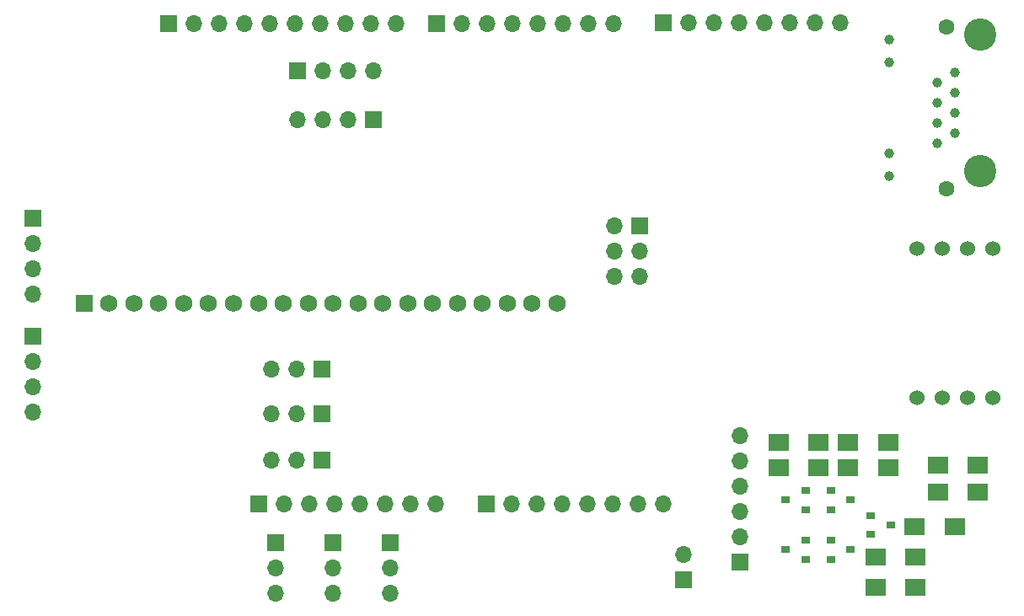
<source format=gbs>
G04 #@! TF.FileFunction,Soldermask,Bot*
%FSLAX46Y46*%
G04 Gerber Fmt 4.6, Leading zero omitted, Abs format (unit mm)*
G04 Created by KiCad (PCBNEW 4.0.5) date 03/19/18 20:55:47*
%MOMM*%
%LPD*%
G01*
G04 APERTURE LIST*
%ADD10C,0.100000*%
%ADD11C,3.250000*%
%ADD12C,1.000000*%
%ADD13C,1.600000*%
%ADD14R,1.700000X1.700000*%
%ADD15O,1.700000X1.700000*%
%ADD16R,1.750000X1.750000*%
%ADD17C,1.750000*%
%ADD18R,0.900000X0.800000*%
%ADD19R,2.000000X1.700000*%
%ADD20C,1.524000*%
G04 APERTURE END LIST*
D10*
D11*
X203800000Y-85700000D03*
X203800000Y-71980000D03*
D12*
X194660000Y-86210000D03*
X194660000Y-83920000D03*
X194660000Y-72490000D03*
X194660000Y-74780000D03*
X199480000Y-82910000D03*
X199480000Y-80880000D03*
X199480000Y-78850000D03*
X199480000Y-76820000D03*
X201260000Y-81890000D03*
X201260000Y-79860000D03*
X201260000Y-77830000D03*
X201260000Y-75800000D03*
D13*
X200370000Y-71220000D03*
X200370000Y-87480000D03*
D14*
X174000000Y-126750000D03*
D15*
X174000000Y-124210000D03*
D14*
X142800000Y-80500000D03*
D15*
X140260000Y-80500000D03*
X137720000Y-80500000D03*
X135180000Y-80500000D03*
D14*
X108600000Y-102300000D03*
D15*
X108600000Y-104840000D03*
X108600000Y-107380000D03*
X108600000Y-109920000D03*
D14*
X108600000Y-90400000D03*
D15*
X108600000Y-92940000D03*
X108600000Y-95480000D03*
X108600000Y-98020000D03*
D14*
X135200000Y-75600000D03*
D15*
X137740000Y-75600000D03*
X140280000Y-75600000D03*
X142820000Y-75600000D03*
D14*
X179600000Y-125000000D03*
D15*
X179600000Y-122460000D03*
X179600000Y-119920000D03*
X179600000Y-117380000D03*
X179600000Y-114840000D03*
X179600000Y-112300000D03*
D14*
X122220000Y-70880000D03*
D15*
X124760000Y-70880000D03*
X127300000Y-70880000D03*
X129840000Y-70880000D03*
X132380000Y-70880000D03*
X134920000Y-70880000D03*
X137460000Y-70880000D03*
X140000000Y-70880000D03*
X142540000Y-70880000D03*
X145080000Y-70880000D03*
D14*
X149150000Y-70860000D03*
D15*
X151690000Y-70860000D03*
X154230000Y-70860000D03*
X156770000Y-70860000D03*
X159310000Y-70860000D03*
X161850000Y-70860000D03*
X164390000Y-70860000D03*
X166930000Y-70860000D03*
D14*
X171960000Y-70840000D03*
D15*
X174500000Y-70840000D03*
X177040000Y-70840000D03*
X179580000Y-70840000D03*
X182120000Y-70840000D03*
X184660000Y-70840000D03*
X187200000Y-70840000D03*
X189740000Y-70840000D03*
D14*
X131300000Y-119130000D03*
D15*
X133840000Y-119130000D03*
X136380000Y-119130000D03*
X138920000Y-119130000D03*
X141460000Y-119130000D03*
X144000000Y-119130000D03*
X146540000Y-119130000D03*
X149080000Y-119130000D03*
D14*
X154170000Y-119150000D03*
D15*
X156710000Y-119150000D03*
X159250000Y-119150000D03*
X161790000Y-119150000D03*
X164330000Y-119150000D03*
X166870000Y-119150000D03*
X169410000Y-119150000D03*
X171950000Y-119150000D03*
D14*
X169540000Y-91190000D03*
D15*
X167000000Y-91190000D03*
X169540000Y-93730000D03*
X167000000Y-93730000D03*
X169540000Y-96270000D03*
X167000000Y-96270000D03*
D14*
X137600000Y-105600000D03*
D15*
X135060000Y-105600000D03*
X132520000Y-105600000D03*
D14*
X137600000Y-110100000D03*
D15*
X135060000Y-110100000D03*
X132520000Y-110100000D03*
D14*
X137600000Y-114700000D03*
D15*
X135060000Y-114700000D03*
X132520000Y-114700000D03*
D14*
X133000000Y-123000000D03*
D15*
X133000000Y-125540000D03*
X133000000Y-128080000D03*
D14*
X138750000Y-123000000D03*
D15*
X138750000Y-125540000D03*
X138750000Y-128080000D03*
D14*
X144500000Y-123000000D03*
D15*
X144500000Y-125540000D03*
X144500000Y-128080000D03*
D16*
X113750000Y-99000000D03*
D17*
X116250000Y-99000000D03*
X118750000Y-99000000D03*
X121250000Y-99000000D03*
X123750000Y-99000000D03*
X126250000Y-99000000D03*
X128750000Y-99000000D03*
X131250000Y-99000000D03*
X133750000Y-99000000D03*
X136250000Y-99000000D03*
X138750000Y-99000000D03*
X141250000Y-99000000D03*
X143750000Y-99000000D03*
X146250000Y-99000000D03*
X148750000Y-99000000D03*
X151250000Y-99000000D03*
X153750000Y-99000000D03*
X156250000Y-99000000D03*
X158750000Y-99000000D03*
X161250000Y-99000000D03*
D18*
X186250000Y-117800000D03*
X186250000Y-119700000D03*
X184250000Y-118750000D03*
X188750000Y-119700000D03*
X188750000Y-117800000D03*
X190750000Y-118750000D03*
X188750000Y-124700000D03*
X188750000Y-122800000D03*
X190750000Y-123750000D03*
X186250000Y-122800000D03*
X186250000Y-124700000D03*
X184250000Y-123750000D03*
X192750000Y-122200000D03*
X192750000Y-120300000D03*
X194750000Y-121250000D03*
D19*
X193250000Y-127500000D03*
X197250000Y-127500000D03*
X197250000Y-124500000D03*
X193250000Y-124500000D03*
X183500000Y-113000000D03*
X187500000Y-113000000D03*
X183500000Y-115500000D03*
X187500000Y-115500000D03*
X194500000Y-115500000D03*
X190500000Y-115500000D03*
X190500000Y-113000000D03*
X194500000Y-113000000D03*
X203500000Y-118000000D03*
X199500000Y-118000000D03*
X203500000Y-115250000D03*
X199500000Y-115250000D03*
D20*
X205000000Y-108500000D03*
X202460000Y-108500000D03*
X199920000Y-108500000D03*
X197380000Y-108500000D03*
X205000000Y-93500000D03*
X202460000Y-93500000D03*
X199920000Y-93500000D03*
X197380000Y-93500000D03*
D19*
X201200000Y-121400000D03*
X197200000Y-121400000D03*
M02*

</source>
